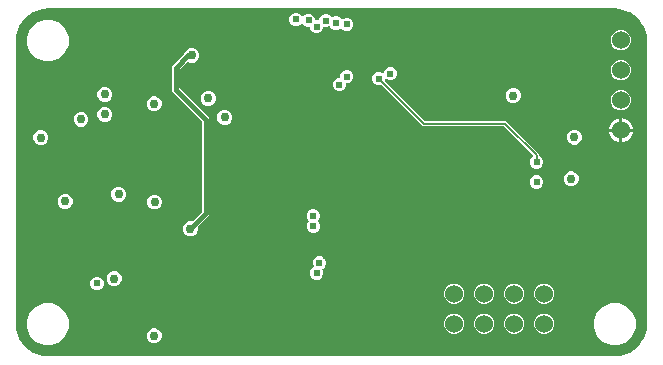
<source format=gbr>
G04 EAGLE Gerber RS-274X export*
G75*
%MOMM*%
%FSLAX34Y34*%
%LPD*%
%INCopper Layer 15*%
%IPPOS*%
%AMOC8*
5,1,8,0,0,1.08239X$1,22.5*%
G01*
%ADD10C,1.524000*%
%ADD11C,0.606400*%
%ADD12C,0.756400*%
%ADD13C,0.400000*%
%ADD14C,0.200000*%

G36*
X510022Y2767D02*
X510022Y2767D01*
X510050Y2765D01*
X514211Y3092D01*
X514260Y3105D01*
X514358Y3121D01*
X522274Y5693D01*
X522278Y5696D01*
X522284Y5697D01*
X522450Y5783D01*
X529184Y10676D01*
X529188Y10680D01*
X529193Y10682D01*
X529324Y10816D01*
X534217Y17550D01*
X534219Y17555D01*
X534223Y17559D01*
X534307Y17726D01*
X536879Y25642D01*
X536886Y25693D01*
X536908Y25789D01*
X537235Y29950D01*
X537233Y29972D01*
X537237Y30000D01*
X537237Y270000D01*
X537233Y270022D01*
X537235Y270050D01*
X536908Y274211D01*
X536895Y274260D01*
X536879Y274358D01*
X534307Y282274D01*
X534304Y282278D01*
X534303Y282284D01*
X534217Y282450D01*
X529324Y289184D01*
X529320Y289188D01*
X529318Y289193D01*
X529219Y289290D01*
X529197Y289314D01*
X529192Y289316D01*
X529184Y289324D01*
X522450Y294217D01*
X522445Y294219D01*
X522441Y294223D01*
X522274Y294307D01*
X514358Y296879D01*
X514308Y296886D01*
X514303Y296887D01*
X514255Y296903D01*
X514236Y296902D01*
X514211Y296908D01*
X510050Y297235D01*
X510028Y297233D01*
X510000Y297237D01*
X30000Y297237D01*
X29978Y297233D01*
X29950Y297235D01*
X25789Y296908D01*
X25740Y296895D01*
X25642Y296879D01*
X17726Y294307D01*
X17722Y294304D01*
X17716Y294303D01*
X17550Y294217D01*
X10816Y289324D01*
X10812Y289320D01*
X10807Y289318D01*
X10789Y289299D01*
X10774Y289290D01*
X10744Y289253D01*
X10676Y289184D01*
X5783Y282450D01*
X5781Y282445D01*
X5777Y282441D01*
X5693Y282274D01*
X3121Y274358D01*
X3114Y274307D01*
X3092Y274211D01*
X2765Y270050D01*
X2767Y270028D01*
X2763Y270000D01*
X2763Y30000D01*
X2767Y29978D01*
X2765Y29950D01*
X3092Y25789D01*
X3105Y25740D01*
X3121Y25642D01*
X5693Y17726D01*
X5696Y17722D01*
X5697Y17716D01*
X5783Y17550D01*
X10676Y10816D01*
X10680Y10812D01*
X10682Y10807D01*
X10816Y10676D01*
X17550Y5783D01*
X17555Y5781D01*
X17559Y5777D01*
X17726Y5693D01*
X25642Y3121D01*
X25693Y3114D01*
X25789Y3092D01*
X29950Y2765D01*
X29972Y2767D01*
X30000Y2763D01*
X510000Y2763D01*
X510022Y2767D01*
G37*
%LPC*%
G36*
X149342Y104277D02*
X149342Y104277D01*
X147018Y105240D01*
X145240Y107018D01*
X144277Y109342D01*
X144277Y111858D01*
X145240Y114182D01*
X147018Y115960D01*
X149342Y116923D01*
X151858Y116923D01*
X152031Y116851D01*
X152084Y116839D01*
X152134Y116818D01*
X152193Y116816D01*
X152250Y116803D01*
X152304Y116811D01*
X152358Y116808D01*
X152414Y116826D01*
X152472Y116835D01*
X152520Y116860D01*
X152571Y116877D01*
X152629Y116919D01*
X152670Y116941D01*
X152690Y116964D01*
X152722Y116988D01*
X160519Y124786D01*
X160544Y124821D01*
X160575Y124849D01*
X160607Y124912D01*
X160648Y124970D01*
X160658Y125011D01*
X160678Y125049D01*
X160691Y125139D01*
X160704Y125187D01*
X160701Y125208D01*
X160705Y125234D01*
X160705Y201466D01*
X160698Y201508D01*
X160700Y201550D01*
X160678Y201617D01*
X160666Y201687D01*
X160644Y201723D01*
X160631Y201764D01*
X160577Y201836D01*
X160551Y201880D01*
X160535Y201893D01*
X160519Y201914D01*
X135183Y227250D01*
X135183Y248250D01*
X145391Y258458D01*
X145416Y258493D01*
X145447Y258521D01*
X145479Y258584D01*
X145520Y258642D01*
X145530Y258683D01*
X145550Y258721D01*
X145563Y258811D01*
X145576Y258859D01*
X145573Y258880D01*
X145577Y258906D01*
X145577Y258958D01*
X146540Y261282D01*
X148318Y263060D01*
X150642Y264023D01*
X153158Y264023D01*
X155482Y263060D01*
X157260Y261282D01*
X158223Y258958D01*
X158223Y256442D01*
X157260Y254118D01*
X155482Y252340D01*
X153158Y251377D01*
X150642Y251377D01*
X148348Y252328D01*
X148295Y252339D01*
X148245Y252360D01*
X148186Y252363D01*
X148129Y252376D01*
X148075Y252368D01*
X148021Y252370D01*
X147965Y252352D01*
X147906Y252344D01*
X147859Y252318D01*
X147807Y252302D01*
X147750Y252259D01*
X147709Y252237D01*
X147689Y252214D01*
X147657Y252190D01*
X141403Y245936D01*
X141378Y245901D01*
X141347Y245873D01*
X141315Y245810D01*
X141274Y245752D01*
X141264Y245711D01*
X141244Y245673D01*
X141231Y245583D01*
X141218Y245535D01*
X141221Y245514D01*
X141217Y245488D01*
X141217Y230012D01*
X141224Y229970D01*
X141222Y229928D01*
X141244Y229861D01*
X141256Y229791D01*
X141278Y229755D01*
X141291Y229714D01*
X141345Y229642D01*
X141371Y229598D01*
X141387Y229585D01*
X141403Y229564D01*
X166739Y204228D01*
X166739Y122472D01*
X156988Y112722D01*
X156958Y112678D01*
X156919Y112640D01*
X156894Y112586D01*
X156860Y112538D01*
X156847Y112486D01*
X156824Y112436D01*
X156819Y112378D01*
X156804Y112321D01*
X156810Y112267D01*
X156806Y112213D01*
X156823Y112144D01*
X156828Y112098D01*
X156841Y112070D01*
X156851Y112031D01*
X156923Y111858D01*
X156923Y109342D01*
X155960Y107018D01*
X154182Y105240D01*
X151858Y104277D01*
X149342Y104277D01*
G37*
%LPD*%
%LPC*%
G36*
X26519Y252499D02*
X26519Y252499D01*
X20087Y255164D01*
X15164Y260087D01*
X12499Y266519D01*
X12499Y273481D01*
X15164Y279913D01*
X20087Y284836D01*
X26519Y287501D01*
X33481Y287501D01*
X39913Y284836D01*
X44836Y279913D01*
X47501Y273481D01*
X47501Y266519D01*
X44836Y260087D01*
X39913Y255164D01*
X33481Y252499D01*
X26519Y252499D01*
G37*
%LPD*%
%LPC*%
G36*
X506519Y12499D02*
X506519Y12499D01*
X500087Y15164D01*
X495164Y20087D01*
X492499Y26519D01*
X492499Y33481D01*
X495164Y39913D01*
X500087Y44836D01*
X506519Y47501D01*
X513481Y47501D01*
X519913Y44836D01*
X524836Y39913D01*
X527501Y33481D01*
X527501Y26519D01*
X524836Y20087D01*
X519913Y15164D01*
X513481Y12499D01*
X506519Y12499D01*
G37*
%LPD*%
%LPC*%
G36*
X26519Y12499D02*
X26519Y12499D01*
X20087Y15164D01*
X15164Y20087D01*
X12499Y26519D01*
X12499Y33481D01*
X15164Y39913D01*
X20087Y44836D01*
X26519Y47501D01*
X33481Y47501D01*
X39913Y44836D01*
X44836Y39913D01*
X47501Y33481D01*
X47501Y26519D01*
X44836Y20087D01*
X39913Y15164D01*
X33481Y12499D01*
X26519Y12499D01*
G37*
%LPD*%
%LPC*%
G36*
X442691Y161605D02*
X442691Y161605D01*
X440643Y162454D01*
X439076Y164021D01*
X438227Y166069D01*
X438227Y168287D01*
X439076Y170335D01*
X440643Y171902D01*
X440672Y171914D01*
X440737Y171956D01*
X440806Y171990D01*
X440831Y172016D01*
X440860Y172035D01*
X440907Y172097D01*
X440960Y172153D01*
X440974Y172186D01*
X440995Y172214D01*
X441017Y172289D01*
X441048Y172360D01*
X441049Y172396D01*
X441059Y172429D01*
X441054Y172507D01*
X441058Y172584D01*
X441047Y172618D01*
X441044Y172653D01*
X441013Y172724D01*
X440989Y172798D01*
X440965Y172830D01*
X440952Y172858D01*
X440920Y172891D01*
X440877Y172948D01*
X416228Y197597D01*
X416194Y197622D01*
X416165Y197653D01*
X416102Y197685D01*
X416044Y197726D01*
X416003Y197736D01*
X415965Y197756D01*
X415876Y197769D01*
X415827Y197782D01*
X415806Y197779D01*
X415780Y197783D01*
X347365Y197783D01*
X345998Y199150D01*
X345997Y199150D01*
X312648Y232500D01*
X312604Y232531D01*
X312566Y232569D01*
X312512Y232594D01*
X312464Y232628D01*
X312411Y232641D01*
X312362Y232664D01*
X312304Y232669D01*
X312247Y232684D01*
X312193Y232678D01*
X312139Y232683D01*
X312070Y232665D01*
X312023Y232661D01*
X311996Y232647D01*
X311957Y232637D01*
X311208Y232327D01*
X308991Y232327D01*
X306943Y233176D01*
X305376Y234743D01*
X304527Y236791D01*
X304527Y239009D01*
X305376Y241057D01*
X306943Y242624D01*
X308991Y243473D01*
X311209Y243473D01*
X313270Y242619D01*
X313318Y242586D01*
X313387Y242530D01*
X313409Y242522D01*
X313429Y242508D01*
X313515Y242486D01*
X313599Y242458D01*
X313623Y242458D01*
X313646Y242452D01*
X313735Y242462D01*
X313824Y242464D01*
X313845Y242473D01*
X313869Y242476D01*
X313949Y242515D01*
X314031Y242549D01*
X314049Y242565D01*
X314070Y242575D01*
X314131Y242640D01*
X314197Y242700D01*
X314208Y242721D01*
X314224Y242738D01*
X314259Y242820D01*
X314300Y242900D01*
X314303Y242926D01*
X314312Y242945D01*
X314314Y242995D01*
X314327Y243085D01*
X314327Y243109D01*
X315176Y245157D01*
X316743Y246724D01*
X318791Y247573D01*
X321009Y247573D01*
X323057Y246724D01*
X324624Y245157D01*
X325473Y243109D01*
X325473Y240891D01*
X324624Y238843D01*
X323057Y237276D01*
X321009Y236427D01*
X318791Y236427D01*
X316730Y237281D01*
X316724Y237285D01*
X316706Y237305D01*
X316673Y237322D01*
X316613Y237370D01*
X316591Y237378D01*
X316571Y237392D01*
X316485Y237414D01*
X316401Y237442D01*
X316377Y237442D01*
X316354Y237448D01*
X316265Y237438D01*
X316176Y237436D01*
X316155Y237427D01*
X316131Y237424D01*
X316051Y237385D01*
X315969Y237351D01*
X315951Y237335D01*
X315930Y237325D01*
X315869Y237260D01*
X315803Y237200D01*
X315792Y237179D01*
X315776Y237162D01*
X315754Y237110D01*
X315752Y237107D01*
X315747Y237093D01*
X315741Y237080D01*
X315700Y237000D01*
X315697Y236974D01*
X315688Y236955D01*
X315687Y236915D01*
X315680Y236895D01*
X315681Y236867D01*
X315673Y236815D01*
X315673Y236792D01*
X315363Y236043D01*
X315351Y235990D01*
X315330Y235940D01*
X315327Y235881D01*
X315315Y235824D01*
X315322Y235770D01*
X315320Y235716D01*
X315338Y235660D01*
X315346Y235602D01*
X315372Y235554D01*
X315389Y235503D01*
X315431Y235445D01*
X315453Y235404D01*
X315476Y235384D01*
X315500Y235352D01*
X348850Y202003D01*
X348884Y201978D01*
X348913Y201947D01*
X348976Y201915D01*
X349034Y201874D01*
X349075Y201864D01*
X349113Y201844D01*
X349202Y201831D01*
X349251Y201818D01*
X349272Y201821D01*
X349298Y201817D01*
X417713Y201817D01*
X445817Y173713D01*
X445817Y172798D01*
X445826Y172745D01*
X445826Y172691D01*
X445846Y172635D01*
X445856Y172577D01*
X445884Y172531D01*
X445902Y172480D01*
X445941Y172435D01*
X445971Y172384D01*
X446013Y172350D01*
X446048Y172309D01*
X446109Y172272D01*
X446145Y172243D01*
X446174Y172233D01*
X446208Y172212D01*
X446957Y171902D01*
X448524Y170335D01*
X449373Y168287D01*
X449373Y166069D01*
X448524Y164021D01*
X446957Y162454D01*
X444909Y161605D01*
X442691Y161605D01*
G37*
%LPD*%
%LPC*%
G36*
X256399Y276127D02*
X256399Y276127D01*
X254351Y276976D01*
X252784Y278543D01*
X251935Y280591D01*
X251935Y281093D01*
X251924Y281158D01*
X251922Y281224D01*
X251904Y281267D01*
X251896Y281314D01*
X251862Y281371D01*
X251837Y281431D01*
X251806Y281466D01*
X251781Y281507D01*
X251730Y281549D01*
X251686Y281597D01*
X251644Y281619D01*
X251607Y281648D01*
X251545Y281669D01*
X251486Y281700D01*
X251432Y281708D01*
X251395Y281720D01*
X251355Y281719D01*
X251301Y281727D01*
X249491Y281727D01*
X247443Y282576D01*
X245876Y284143D01*
X245703Y284560D01*
X245661Y284625D01*
X245627Y284694D01*
X245601Y284719D01*
X245582Y284749D01*
X245520Y284795D01*
X245464Y284848D01*
X245431Y284862D01*
X245403Y284884D01*
X245328Y284906D01*
X245257Y284936D01*
X245222Y284937D01*
X245188Y284948D01*
X245110Y284942D01*
X245033Y284946D01*
X244999Y284935D01*
X244964Y284933D01*
X244893Y284901D01*
X244819Y284877D01*
X244787Y284853D01*
X244759Y284841D01*
X244726Y284808D01*
X244669Y284766D01*
X243153Y283250D01*
X241105Y282401D01*
X238887Y282401D01*
X236839Y283250D01*
X235272Y284817D01*
X234423Y286866D01*
X234423Y289083D01*
X235272Y291131D01*
X236839Y292698D01*
X238887Y293547D01*
X241105Y293547D01*
X243153Y292698D01*
X244720Y291131D01*
X244893Y290714D01*
X244935Y290649D01*
X244969Y290580D01*
X244995Y290555D01*
X245014Y290525D01*
X245076Y290479D01*
X245132Y290426D01*
X245165Y290412D01*
X245193Y290390D01*
X245268Y290368D01*
X245339Y290338D01*
X245374Y290337D01*
X245408Y290327D01*
X245486Y290332D01*
X245563Y290328D01*
X245597Y290339D01*
X245632Y290341D01*
X245703Y290373D01*
X245777Y290397D01*
X245809Y290421D01*
X245837Y290433D01*
X245870Y290466D01*
X245927Y290508D01*
X247443Y292024D01*
X249491Y292873D01*
X251709Y292873D01*
X253757Y292024D01*
X255324Y290457D01*
X256173Y288409D01*
X256173Y287907D01*
X256184Y287842D01*
X256186Y287776D01*
X256204Y287733D01*
X256212Y287686D01*
X256246Y287629D01*
X256271Y287569D01*
X256302Y287534D01*
X256327Y287493D01*
X256378Y287451D01*
X256422Y287403D01*
X256464Y287381D01*
X256501Y287352D01*
X256563Y287331D01*
X256622Y287300D01*
X256676Y287292D01*
X256713Y287280D01*
X256753Y287281D01*
X256807Y287273D01*
X258616Y287273D01*
X258857Y287173D01*
X258933Y287156D01*
X259006Y287132D01*
X259042Y287133D01*
X259076Y287125D01*
X259153Y287136D01*
X259231Y287138D01*
X259263Y287152D01*
X259299Y287157D01*
X259367Y287194D01*
X259438Y287223D01*
X259465Y287247D01*
X259496Y287263D01*
X259547Y287322D01*
X259604Y287374D01*
X259620Y287406D01*
X259644Y287432D01*
X259671Y287505D01*
X259707Y287574D01*
X259713Y287613D01*
X259723Y287642D01*
X259724Y287689D01*
X259734Y287759D01*
X259734Y288109D01*
X260583Y290157D01*
X262150Y291724D01*
X264198Y292573D01*
X266416Y292573D01*
X268464Y291724D01*
X270031Y290157D01*
X270047Y290118D01*
X270083Y290063D01*
X270110Y290003D01*
X270143Y289969D01*
X270169Y289929D01*
X270221Y289890D01*
X270267Y289843D01*
X270310Y289823D01*
X270348Y289794D01*
X270411Y289776D01*
X270471Y289748D01*
X270518Y289744D01*
X270563Y289730D01*
X270629Y289735D01*
X270694Y289729D01*
X270747Y289743D01*
X270787Y289745D01*
X270823Y289761D01*
X270876Y289775D01*
X272802Y290573D01*
X275020Y290573D01*
X277068Y289724D01*
X278657Y288135D01*
X278711Y288097D01*
X278759Y288052D01*
X278802Y288034D01*
X278841Y288007D01*
X278905Y287991D01*
X278966Y287965D01*
X279013Y287963D01*
X279058Y287951D01*
X279124Y287958D01*
X279190Y287955D01*
X279235Y287969D01*
X279282Y287974D01*
X279341Y288003D01*
X279403Y288023D01*
X279447Y288056D01*
X279483Y288074D01*
X279510Y288102D01*
X279554Y288135D01*
X279943Y288524D01*
X281991Y289373D01*
X284209Y289373D01*
X286257Y288524D01*
X287824Y286957D01*
X288673Y284909D01*
X288673Y282691D01*
X287824Y280643D01*
X286257Y279076D01*
X284209Y278227D01*
X281991Y278227D01*
X279943Y279076D01*
X278354Y280665D01*
X278300Y280703D01*
X278252Y280748D01*
X278209Y280766D01*
X278170Y280793D01*
X278106Y280809D01*
X278045Y280835D01*
X277998Y280837D01*
X277952Y280849D01*
X277887Y280842D01*
X277821Y280845D01*
X277776Y280831D01*
X277729Y280826D01*
X277670Y280797D01*
X277608Y280776D01*
X277564Y280744D01*
X277528Y280726D01*
X277501Y280698D01*
X277457Y280665D01*
X277068Y280276D01*
X275020Y279427D01*
X272802Y279427D01*
X270754Y280276D01*
X269187Y281843D01*
X269171Y281882D01*
X269135Y281937D01*
X269108Y281997D01*
X269075Y282031D01*
X269049Y282071D01*
X268997Y282110D01*
X268951Y282157D01*
X268908Y282177D01*
X268870Y282206D01*
X268807Y282224D01*
X268747Y282252D01*
X268700Y282256D01*
X268655Y282270D01*
X268589Y282265D01*
X268524Y282271D01*
X268471Y282257D01*
X268431Y282255D01*
X268395Y282239D01*
X268342Y282225D01*
X266416Y281427D01*
X264199Y281427D01*
X263958Y281527D01*
X263882Y281544D01*
X263809Y281568D01*
X263773Y281567D01*
X263739Y281575D01*
X263662Y281564D01*
X263584Y281562D01*
X263552Y281548D01*
X263516Y281543D01*
X263448Y281506D01*
X263377Y281477D01*
X263350Y281453D01*
X263319Y281437D01*
X263268Y281378D01*
X263211Y281326D01*
X263195Y281294D01*
X263171Y281268D01*
X263144Y281195D01*
X263108Y281126D01*
X263102Y281087D01*
X263092Y281058D01*
X263091Y281011D01*
X263081Y280941D01*
X263081Y280591D01*
X262232Y278543D01*
X260665Y276976D01*
X258617Y276127D01*
X256399Y276127D01*
G37*
%LPD*%
%LPC*%
G36*
X513407Y261790D02*
X513407Y261790D01*
X510280Y263086D01*
X507886Y265480D01*
X506590Y268607D01*
X506590Y271993D01*
X507886Y275120D01*
X510280Y277514D01*
X513407Y278810D01*
X516793Y278810D01*
X519920Y277514D01*
X522314Y275120D01*
X523610Y271993D01*
X523610Y268607D01*
X522314Y265480D01*
X519920Y263086D01*
X516793Y261790D01*
X513407Y261790D01*
G37*
%LPD*%
%LPC*%
G36*
X513407Y236390D02*
X513407Y236390D01*
X510280Y237686D01*
X507886Y240080D01*
X506590Y243207D01*
X506590Y246593D01*
X507886Y249720D01*
X510280Y252114D01*
X513407Y253410D01*
X516793Y253410D01*
X519920Y252114D01*
X522314Y249720D01*
X523610Y246593D01*
X523610Y243207D01*
X522314Y240080D01*
X519920Y237686D01*
X516793Y236390D01*
X513407Y236390D01*
G37*
%LPD*%
%LPC*%
G36*
X422907Y21890D02*
X422907Y21890D01*
X419780Y23186D01*
X417386Y25580D01*
X416090Y28707D01*
X416090Y32093D01*
X417386Y35220D01*
X419780Y37614D01*
X422907Y38910D01*
X426293Y38910D01*
X429420Y37614D01*
X431814Y35220D01*
X433110Y32093D01*
X433110Y28707D01*
X431814Y25580D01*
X429420Y23186D01*
X426293Y21890D01*
X422907Y21890D01*
G37*
%LPD*%
%LPC*%
G36*
X397507Y21890D02*
X397507Y21890D01*
X394380Y23186D01*
X391986Y25580D01*
X390690Y28707D01*
X390690Y32093D01*
X391986Y35220D01*
X394380Y37614D01*
X397507Y38910D01*
X400893Y38910D01*
X404020Y37614D01*
X406414Y35220D01*
X407710Y32093D01*
X407710Y28707D01*
X406414Y25580D01*
X404020Y23186D01*
X400893Y21890D01*
X397507Y21890D01*
G37*
%LPD*%
%LPC*%
G36*
X372107Y21890D02*
X372107Y21890D01*
X368980Y23186D01*
X366586Y25580D01*
X365290Y28707D01*
X365290Y32093D01*
X366586Y35220D01*
X368980Y37614D01*
X372107Y38910D01*
X375493Y38910D01*
X378620Y37614D01*
X381014Y35220D01*
X382310Y32093D01*
X382310Y28707D01*
X381014Y25580D01*
X378620Y23186D01*
X375493Y21890D01*
X372107Y21890D01*
G37*
%LPD*%
%LPC*%
G36*
X513407Y210990D02*
X513407Y210990D01*
X510280Y212286D01*
X507886Y214680D01*
X506590Y217807D01*
X506590Y221193D01*
X507886Y224320D01*
X510280Y226714D01*
X513407Y228010D01*
X516793Y228010D01*
X519920Y226714D01*
X522314Y224320D01*
X523610Y221193D01*
X523610Y217807D01*
X522314Y214680D01*
X519920Y212286D01*
X516793Y210990D01*
X513407Y210990D01*
G37*
%LPD*%
%LPC*%
G36*
X448307Y47290D02*
X448307Y47290D01*
X445180Y48586D01*
X442786Y50980D01*
X441490Y54107D01*
X441490Y57493D01*
X442786Y60620D01*
X445180Y63014D01*
X448307Y64310D01*
X451693Y64310D01*
X454820Y63014D01*
X457214Y60620D01*
X458510Y57493D01*
X458510Y54107D01*
X457214Y50980D01*
X454820Y48586D01*
X451693Y47290D01*
X448307Y47290D01*
G37*
%LPD*%
%LPC*%
G36*
X422907Y47290D02*
X422907Y47290D01*
X419780Y48586D01*
X417386Y50980D01*
X416090Y54107D01*
X416090Y57493D01*
X417386Y60620D01*
X419780Y63014D01*
X422907Y64310D01*
X426293Y64310D01*
X429420Y63014D01*
X431814Y60620D01*
X433110Y57493D01*
X433110Y54107D01*
X431814Y50980D01*
X429420Y48586D01*
X426293Y47290D01*
X422907Y47290D01*
G37*
%LPD*%
%LPC*%
G36*
X397507Y47290D02*
X397507Y47290D01*
X394380Y48586D01*
X391986Y50980D01*
X390690Y54107D01*
X390690Y57493D01*
X391986Y60620D01*
X394380Y63014D01*
X397507Y64310D01*
X400893Y64310D01*
X404020Y63014D01*
X406414Y60620D01*
X407710Y57493D01*
X407710Y54107D01*
X406414Y50980D01*
X404020Y48586D01*
X400893Y47290D01*
X397507Y47290D01*
G37*
%LPD*%
%LPC*%
G36*
X372107Y47290D02*
X372107Y47290D01*
X368980Y48586D01*
X366586Y50980D01*
X365290Y54107D01*
X365290Y57493D01*
X366586Y60620D01*
X368980Y63014D01*
X372107Y64310D01*
X375493Y64310D01*
X378620Y63014D01*
X381014Y60620D01*
X382310Y57493D01*
X382310Y54107D01*
X381014Y50980D01*
X378620Y48586D01*
X375493Y47290D01*
X372107Y47290D01*
G37*
%LPD*%
%LPC*%
G36*
X448307Y21890D02*
X448307Y21890D01*
X445180Y23186D01*
X442786Y25580D01*
X441490Y28707D01*
X441490Y32093D01*
X442786Y35220D01*
X445180Y37614D01*
X448307Y38910D01*
X451693Y38910D01*
X454820Y37614D01*
X457214Y35220D01*
X458510Y32093D01*
X458510Y28707D01*
X457214Y25580D01*
X454820Y23186D01*
X451693Y21890D01*
X448307Y21890D01*
G37*
%LPD*%
%LPC*%
G36*
X275687Y227127D02*
X275687Y227127D01*
X273639Y227976D01*
X272072Y229543D01*
X271223Y231591D01*
X271223Y233809D01*
X272072Y235857D01*
X273639Y237424D01*
X275687Y238273D01*
X276893Y238273D01*
X276958Y238284D01*
X277024Y238286D01*
X277067Y238304D01*
X277114Y238312D01*
X277171Y238346D01*
X277231Y238371D01*
X277266Y238402D01*
X277307Y238427D01*
X277349Y238478D01*
X277397Y238522D01*
X277419Y238564D01*
X277448Y238601D01*
X277469Y238663D01*
X277500Y238722D01*
X277508Y238776D01*
X277520Y238813D01*
X277519Y238853D01*
X277527Y238907D01*
X277527Y240709D01*
X278376Y242757D01*
X279943Y244324D01*
X281991Y245173D01*
X284209Y245173D01*
X286257Y244324D01*
X287824Y242757D01*
X288673Y240709D01*
X288673Y238491D01*
X287824Y236443D01*
X286257Y234876D01*
X284209Y234027D01*
X283003Y234027D01*
X282938Y234016D01*
X282872Y234014D01*
X282829Y233996D01*
X282782Y233988D01*
X282725Y233954D01*
X282665Y233929D01*
X282630Y233898D01*
X282589Y233873D01*
X282547Y233822D01*
X282499Y233778D01*
X282477Y233736D01*
X282448Y233699D01*
X282427Y233637D01*
X282396Y233578D01*
X282388Y233524D01*
X282376Y233487D01*
X282377Y233447D01*
X282369Y233393D01*
X282369Y231591D01*
X281520Y229543D01*
X279953Y227976D01*
X277905Y227127D01*
X275687Y227127D01*
G37*
%LPD*%
%LPC*%
G36*
X256491Y67727D02*
X256491Y67727D01*
X254443Y68576D01*
X252876Y70143D01*
X252027Y72191D01*
X252027Y74409D01*
X252876Y76457D01*
X254443Y78024D01*
X254574Y78078D01*
X254629Y78114D01*
X254690Y78141D01*
X254723Y78174D01*
X254763Y78200D01*
X254802Y78252D01*
X254849Y78298D01*
X254869Y78341D01*
X254898Y78379D01*
X254917Y78442D01*
X254944Y78502D01*
X254948Y78549D01*
X254962Y78594D01*
X254957Y78660D01*
X254963Y78725D01*
X254949Y78779D01*
X254947Y78818D01*
X254931Y78854D01*
X254917Y78907D01*
X254222Y80586D01*
X254222Y82803D01*
X255070Y84851D01*
X256638Y86419D01*
X258686Y87267D01*
X260903Y87267D01*
X262951Y86419D01*
X264519Y84851D01*
X265367Y82803D01*
X265367Y80586D01*
X264519Y78538D01*
X262951Y76970D01*
X262821Y76916D01*
X262765Y76881D01*
X262705Y76854D01*
X262674Y76823D01*
X262663Y76816D01*
X262660Y76813D01*
X262632Y76795D01*
X262592Y76742D01*
X262545Y76696D01*
X262525Y76653D01*
X262497Y76616D01*
X262478Y76553D01*
X262450Y76493D01*
X262446Y76446D01*
X262433Y76401D01*
X262437Y76335D01*
X262432Y76269D01*
X262445Y76216D01*
X262448Y76177D01*
X262464Y76141D01*
X262477Y76087D01*
X263173Y74409D01*
X263173Y72191D01*
X262324Y70143D01*
X260757Y68576D01*
X258709Y67727D01*
X256491Y67727D01*
G37*
%LPD*%
%LPC*%
G36*
X253626Y107323D02*
X253626Y107323D01*
X251578Y108172D01*
X250010Y109739D01*
X249162Y111787D01*
X249162Y114005D01*
X250010Y116053D01*
X250590Y116632D01*
X250627Y116686D01*
X250673Y116734D01*
X250691Y116778D01*
X250718Y116816D01*
X250734Y116880D01*
X250760Y116941D01*
X250762Y116988D01*
X250774Y117034D01*
X250767Y117099D01*
X250770Y117165D01*
X250756Y117210D01*
X250751Y117257D01*
X250721Y117316D01*
X250701Y117378D01*
X250669Y117423D01*
X250651Y117458D01*
X250623Y117485D01*
X250590Y117529D01*
X249776Y118343D01*
X248927Y120391D01*
X248927Y122609D01*
X249776Y124657D01*
X251343Y126224D01*
X253391Y127073D01*
X255609Y127073D01*
X257657Y126224D01*
X259224Y124657D01*
X260073Y122609D01*
X260073Y120391D01*
X259224Y118343D01*
X258645Y117764D01*
X258607Y117710D01*
X258562Y117662D01*
X258544Y117618D01*
X258517Y117580D01*
X258500Y117516D01*
X258475Y117455D01*
X258473Y117408D01*
X258461Y117362D01*
X258468Y117297D01*
X258465Y117231D01*
X258479Y117186D01*
X258484Y117139D01*
X258513Y117080D01*
X258533Y117018D01*
X258566Y116973D01*
X258583Y116938D01*
X258612Y116911D01*
X258645Y116867D01*
X259459Y116053D01*
X260307Y114005D01*
X260307Y111787D01*
X259459Y109739D01*
X257891Y108172D01*
X255843Y107323D01*
X253626Y107323D01*
G37*
%LPD*%
%LPC*%
G36*
X76942Y218277D02*
X76942Y218277D01*
X74618Y219240D01*
X72840Y221018D01*
X71877Y223342D01*
X71877Y225858D01*
X72840Y228182D01*
X74618Y229960D01*
X76942Y230923D01*
X79458Y230923D01*
X81782Y229960D01*
X83560Y228182D01*
X84523Y225858D01*
X84523Y223342D01*
X83560Y221018D01*
X81782Y219240D01*
X79458Y218277D01*
X76942Y218277D01*
G37*
%LPD*%
%LPC*%
G36*
X422692Y217177D02*
X422692Y217177D01*
X420368Y218140D01*
X418590Y219918D01*
X417627Y222242D01*
X417627Y224758D01*
X418590Y227082D01*
X420368Y228860D01*
X422692Y229823D01*
X425208Y229823D01*
X427532Y228860D01*
X429310Y227082D01*
X430273Y224758D01*
X430273Y222242D01*
X429310Y219918D01*
X427532Y218140D01*
X425208Y217177D01*
X422692Y217177D01*
G37*
%LPD*%
%LPC*%
G36*
X164442Y214777D02*
X164442Y214777D01*
X162118Y215740D01*
X160340Y217518D01*
X159377Y219842D01*
X159377Y222358D01*
X160340Y224682D01*
X162118Y226460D01*
X164442Y227423D01*
X166958Y227423D01*
X169282Y226460D01*
X171060Y224682D01*
X172023Y222358D01*
X172023Y219842D01*
X171060Y217518D01*
X169282Y215740D01*
X166958Y214777D01*
X164442Y214777D01*
G37*
%LPD*%
%LPC*%
G36*
X118742Y210177D02*
X118742Y210177D01*
X116418Y211140D01*
X114640Y212918D01*
X113677Y215242D01*
X113677Y217758D01*
X114640Y220082D01*
X116418Y221860D01*
X118742Y222823D01*
X121258Y222823D01*
X123582Y221860D01*
X125360Y220082D01*
X126323Y217758D01*
X126323Y215242D01*
X125360Y212918D01*
X123582Y211140D01*
X121258Y210177D01*
X118742Y210177D01*
G37*
%LPD*%
%LPC*%
G36*
X76942Y201277D02*
X76942Y201277D01*
X74618Y202240D01*
X72840Y204018D01*
X71877Y206342D01*
X71877Y208858D01*
X72840Y211182D01*
X74618Y212960D01*
X76942Y213923D01*
X79458Y213923D01*
X81782Y212960D01*
X83560Y211182D01*
X84523Y208858D01*
X84523Y206342D01*
X83560Y204018D01*
X81782Y202240D01*
X79458Y201277D01*
X76942Y201277D01*
G37*
%LPD*%
%LPC*%
G36*
X178442Y198677D02*
X178442Y198677D01*
X176118Y199640D01*
X174340Y201418D01*
X173377Y203742D01*
X173377Y206258D01*
X174340Y208582D01*
X176118Y210360D01*
X178442Y211323D01*
X180958Y211323D01*
X183282Y210360D01*
X185060Y208582D01*
X186023Y206258D01*
X186023Y203742D01*
X185060Y201418D01*
X183282Y199640D01*
X180958Y198677D01*
X178442Y198677D01*
G37*
%LPD*%
%LPC*%
G36*
X56742Y197177D02*
X56742Y197177D01*
X54418Y198140D01*
X52640Y199918D01*
X51677Y202242D01*
X51677Y204758D01*
X52640Y207082D01*
X54418Y208860D01*
X56742Y209823D01*
X59258Y209823D01*
X61582Y208860D01*
X63360Y207082D01*
X64323Y204758D01*
X64323Y202242D01*
X63360Y199918D01*
X61582Y198140D01*
X59258Y197177D01*
X56742Y197177D01*
G37*
%LPD*%
%LPC*%
G36*
X43242Y127677D02*
X43242Y127677D01*
X40918Y128640D01*
X39140Y130418D01*
X38177Y132742D01*
X38177Y135258D01*
X39140Y137582D01*
X40918Y139360D01*
X43242Y140323D01*
X45758Y140323D01*
X48082Y139360D01*
X49860Y137582D01*
X50823Y135258D01*
X50823Y132742D01*
X49860Y130418D01*
X48082Y128640D01*
X45758Y127677D01*
X43242Y127677D01*
G37*
%LPD*%
%LPC*%
G36*
X474342Y182077D02*
X474342Y182077D01*
X472018Y183040D01*
X470240Y184818D01*
X469277Y187142D01*
X469277Y189658D01*
X470240Y191982D01*
X472018Y193760D01*
X474342Y194723D01*
X476858Y194723D01*
X479182Y193760D01*
X480960Y191982D01*
X481923Y189658D01*
X481923Y187142D01*
X480960Y184818D01*
X479182Y183040D01*
X476858Y182077D01*
X474342Y182077D01*
G37*
%LPD*%
%LPC*%
G36*
X84742Y62177D02*
X84742Y62177D01*
X82418Y63140D01*
X80640Y64918D01*
X79677Y67242D01*
X79677Y69758D01*
X80640Y72082D01*
X82418Y73860D01*
X84742Y74823D01*
X87258Y74823D01*
X89582Y73860D01*
X91360Y72082D01*
X92323Y69758D01*
X92323Y67242D01*
X91360Y64918D01*
X89582Y63140D01*
X87258Y62177D01*
X84742Y62177D01*
G37*
%LPD*%
%LPC*%
G36*
X471742Y146677D02*
X471742Y146677D01*
X469418Y147640D01*
X467640Y149418D01*
X466677Y151742D01*
X466677Y154258D01*
X467640Y156582D01*
X469418Y158360D01*
X471742Y159323D01*
X474258Y159323D01*
X476582Y158360D01*
X478360Y156582D01*
X479323Y154258D01*
X479323Y151742D01*
X478360Y149418D01*
X476582Y147640D01*
X474258Y146677D01*
X471742Y146677D01*
G37*
%LPD*%
%LPC*%
G36*
X22742Y181677D02*
X22742Y181677D01*
X20418Y182640D01*
X18640Y184418D01*
X17677Y186742D01*
X17677Y189258D01*
X18640Y191582D01*
X20418Y193360D01*
X22742Y194323D01*
X25258Y194323D01*
X27582Y193360D01*
X29360Y191582D01*
X30323Y189258D01*
X30323Y186742D01*
X29360Y184418D01*
X27582Y182640D01*
X25258Y181677D01*
X22742Y181677D01*
G37*
%LPD*%
%LPC*%
G36*
X88742Y133677D02*
X88742Y133677D01*
X86418Y134640D01*
X84640Y136418D01*
X83677Y138742D01*
X83677Y141258D01*
X84640Y143582D01*
X86418Y145360D01*
X88742Y146323D01*
X91258Y146323D01*
X93582Y145360D01*
X95360Y143582D01*
X96323Y141258D01*
X96323Y138742D01*
X95360Y136418D01*
X93582Y134640D01*
X91258Y133677D01*
X88742Y133677D01*
G37*
%LPD*%
%LPC*%
G36*
X119042Y127077D02*
X119042Y127077D01*
X116718Y128040D01*
X114940Y129818D01*
X113977Y132142D01*
X113977Y134658D01*
X114940Y136982D01*
X116718Y138760D01*
X119042Y139723D01*
X121558Y139723D01*
X123882Y138760D01*
X125660Y136982D01*
X126623Y134658D01*
X126623Y132142D01*
X125660Y129818D01*
X123882Y128040D01*
X121558Y127077D01*
X119042Y127077D01*
G37*
%LPD*%
%LPC*%
G36*
X118742Y13677D02*
X118742Y13677D01*
X116418Y14640D01*
X114640Y16418D01*
X113677Y18742D01*
X113677Y21258D01*
X114640Y23582D01*
X116418Y25360D01*
X118742Y26323D01*
X121258Y26323D01*
X123582Y25360D01*
X125360Y23582D01*
X126323Y21258D01*
X126323Y18742D01*
X125360Y16418D01*
X123582Y14640D01*
X121258Y13677D01*
X118742Y13677D01*
G37*
%LPD*%
%LPC*%
G36*
X70391Y58927D02*
X70391Y58927D01*
X68343Y59776D01*
X66776Y61343D01*
X65927Y63391D01*
X65927Y65609D01*
X66776Y67657D01*
X68343Y69224D01*
X70391Y70073D01*
X72609Y70073D01*
X74657Y69224D01*
X76224Y67657D01*
X77073Y65609D01*
X77073Y63391D01*
X76224Y61343D01*
X74657Y59776D01*
X72609Y58927D01*
X70391Y58927D01*
G37*
%LPD*%
%LPC*%
G36*
X442547Y144727D02*
X442547Y144727D01*
X440499Y145576D01*
X438932Y147143D01*
X438083Y149191D01*
X438083Y151409D01*
X438932Y153457D01*
X440499Y155024D01*
X442547Y155873D01*
X444765Y155873D01*
X446813Y155024D01*
X448380Y153457D01*
X449229Y151409D01*
X449229Y149191D01*
X448380Y147143D01*
X446813Y145576D01*
X444765Y144727D01*
X442547Y144727D01*
G37*
%LPD*%
%LPC*%
G36*
X516369Y195369D02*
X516369Y195369D01*
X516369Y204186D01*
X517479Y204011D01*
X519000Y203516D01*
X520425Y202790D01*
X521719Y201850D01*
X522850Y200719D01*
X523790Y199425D01*
X524516Y198000D01*
X525011Y196479D01*
X525186Y195369D01*
X516369Y195369D01*
G37*
%LPD*%
%LPC*%
G36*
X505014Y195369D02*
X505014Y195369D01*
X505189Y196479D01*
X505684Y198000D01*
X506410Y199425D01*
X507350Y200719D01*
X508481Y201850D01*
X509775Y202790D01*
X511200Y203516D01*
X512721Y204011D01*
X513831Y204186D01*
X513831Y195369D01*
X505014Y195369D01*
G37*
%LPD*%
%LPC*%
G36*
X516369Y192831D02*
X516369Y192831D01*
X525186Y192831D01*
X525011Y191721D01*
X524516Y190200D01*
X523790Y188775D01*
X522850Y187481D01*
X521719Y186350D01*
X520425Y185410D01*
X519000Y184684D01*
X517479Y184189D01*
X516369Y184014D01*
X516369Y192831D01*
G37*
%LPD*%
%LPC*%
G36*
X512721Y184189D02*
X512721Y184189D01*
X511200Y184684D01*
X509775Y185410D01*
X508481Y186350D01*
X507350Y187481D01*
X506410Y188775D01*
X505684Y190200D01*
X505189Y191721D01*
X505014Y192831D01*
X513831Y192831D01*
X513831Y184014D01*
X512721Y184189D01*
G37*
%LPD*%
%LPC*%
G36*
X515099Y194099D02*
X515099Y194099D01*
X515099Y194101D01*
X515101Y194101D01*
X515101Y194099D01*
X515099Y194099D01*
G37*
%LPD*%
D10*
X515100Y194100D03*
X515100Y219500D03*
X515100Y244900D03*
X515100Y270300D03*
X373800Y30400D03*
X373800Y55800D03*
X399200Y30400D03*
X399200Y55800D03*
X424600Y30400D03*
X424600Y55800D03*
X450000Y30400D03*
X450000Y55800D03*
D11*
X255400Y104300D03*
X254200Y130600D03*
X265600Y88100D03*
X246500Y49300D03*
X269400Y239600D03*
X289400Y233700D03*
X171200Y44300D03*
X321600Y44300D03*
X276500Y49200D03*
X216500Y49100D03*
D12*
X427100Y173900D03*
X427100Y153900D03*
X350000Y190000D03*
X373900Y224500D03*
X352900Y224400D03*
X395000Y224700D03*
X338200Y168800D03*
X398000Y91200D03*
X101800Y86800D03*
X13300Y134000D03*
X7200Y151700D03*
X179600Y174300D03*
X201300Y173000D03*
X155400Y181500D03*
X145200Y199000D03*
X150200Y238100D03*
X151900Y286800D03*
X86700Y49400D03*
X58400Y79400D03*
X172600Y287000D03*
X202300Y237300D03*
X98600Y233900D03*
X76000Y177000D03*
X90000Y177000D03*
X76000Y162000D03*
X90000Y162000D03*
X119500Y245300D03*
X46200Y111200D03*
X461500Y122700D03*
X383300Y136200D03*
X357000Y275000D03*
X387000Y275000D03*
D11*
X293000Y283500D03*
D12*
X44500Y134000D03*
X24000Y188000D03*
X120000Y20000D03*
X86000Y68500D03*
X150600Y110600D03*
D13*
X163722Y123722D02*
X163722Y202978D01*
X163722Y123722D02*
X150600Y110600D01*
X138200Y228500D02*
X138200Y247000D01*
X148900Y257700D01*
X151900Y257700D01*
D12*
X151900Y257700D03*
D13*
X138200Y228500D02*
X163722Y202978D01*
D12*
X90000Y140000D03*
X78200Y224600D03*
X165700Y221100D03*
X58000Y203500D03*
X78200Y207600D03*
X120000Y216500D03*
X179700Y205000D03*
X120300Y133400D03*
X473000Y153000D03*
D11*
X310100Y237900D03*
D14*
X348200Y199800D01*
X416878Y199800D02*
X443800Y172878D01*
X443800Y167178D01*
D11*
X443800Y167178D03*
D14*
X416878Y199800D02*
X348200Y199800D01*
D11*
X319900Y242000D03*
X443656Y150300D03*
X257508Y281700D03*
X254500Y121500D03*
X254735Y112896D03*
X265307Y287000D03*
X276796Y232700D03*
X273911Y285000D03*
X283100Y239600D03*
X283100Y283800D03*
X257600Y73300D03*
X239996Y287974D03*
X259795Y81695D03*
X250600Y287300D03*
D12*
X475600Y188400D03*
X423950Y223500D03*
D11*
X71500Y64500D03*
M02*

</source>
